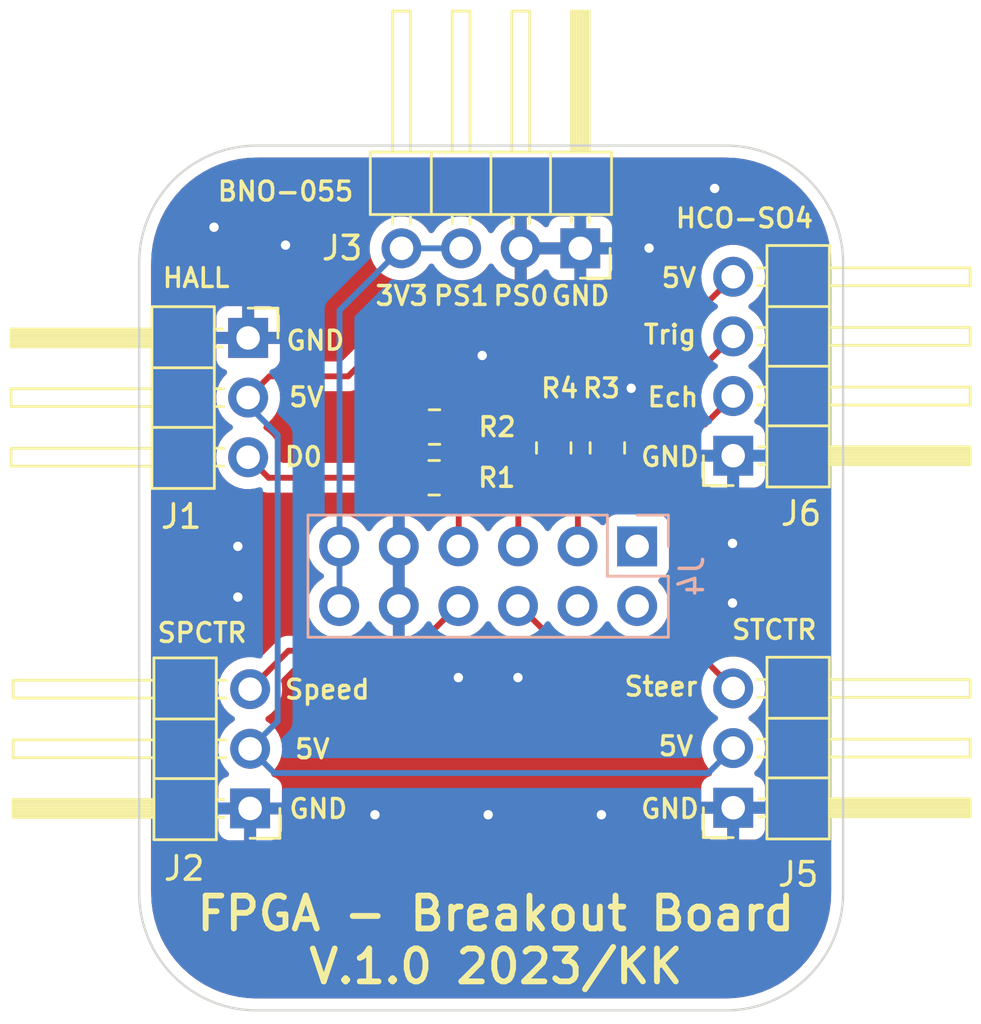
<source format=kicad_pcb>
(kicad_pcb (version 20211014) (generator pcbnew)
  (layers (0 "F.Cu" signal) (31 "B.Cu" signal) (34 "B.Paste" user) (35 "F.Paste" user) (36 "B.SilkS" user "B.Silkscreen") (37 "F.SilkS" user "F.Silkscreen") (38 "B.Mask" user) (39 "F.Mask" user) (44 "Edge.Cuts" user))
  (net 0 "")
  (net 1 "+5V")
  (net 2 "GND")
  (net 3 "Net-(J2-Pad3)")
  (net 4 "+3V3")
  (net 7 "Net-(R3-Pad1)")
  (net 9 "Net-(J6-Pad3)")
  (net 10 "Net-(J5-Pad3)")
  (net 11 "Net-(R1-Pad2)")
  (net 12 "Net-(J1-Pad3)")
  (net 13 "Net-(J6-Pad2)")
  (footprint "Connector_PinHeader_2.54mm:PinHeader_1x03_P2.54mm_Horizontal" (layer "F.Cu") (at 272.515 153.371 180)
    (fp_text reference "J5" (at 5.43 -2.839) (layer "F.SilkS"))
    (fp_text value "Conn_01x03")
    (fp_line (start 6.76 -1.33) (end 6.76 6.41) (layer "F.SilkS") (width 0.12))
    (fp_line (start 6.76 1.27) (end 4.1 1.27) (layer "F.SilkS") (width 0.12))
    (fp_line (start -1.9 0.38) (end 4.1 0.38) (layer "F.SilkS") (width 0.12))
    (fp_line (start 4.1 -0.2) (end -1.9 -0.2) (layer "F.SilkS") (width 0.12))
    (fp_line (start 4.1 -0.32) (end -1.9 -0.32) (layer "F.SilkS") (width 0.12))
    (fp_line (start 7.157071 4.7) (end 6.76 4.7) (layer "F.SilkS") (width 0.12))
    (fp_line (start 4.1 2.16) (end -1.9 2.16) (layer "F.SilkS") (width 0.12))
    (fp_line (start 4.1 0.16) (end -1.9 0.16) (layer "F.SilkS") (width 0.12))
    (fp_line (start 4.1 -1.33) (end 6.76 -1.33) (layer "F.SilkS") (width 0.12))
    (fp_line (start 7.157071 2.92) (end 6.76 2.92) (layer "F.SilkS") (width 0.12))
    (fp_line (start -1.9 4.7) (end -1.9 5.46) (layer "F.SilkS") (width 0.12))
    (fp_line (start 4.1 -0.08) (end -1.9 -0.08) (layer "F.SilkS") (width 0.12))
    (fp_line (start 7.157071 5.46) (end 6.76 5.46) (layer "F.SilkS") (width 0.12))
    (fp_line (start 6.76 6.41) (end 4.1 6.41) (layer "F.SilkS") (width 0.12))
    (fp_line (start 4.1 6.41) (end 4.1 -1.33) (layer "F.SilkS") (width 0.12))
    (fp_line (start 7.09 -0.38) (end 6.76 -0.38) (layer "F.SilkS") (width 0.12))
    (fp_line (start -1.9 5.46) (end 4.1 5.46) (layer "F.SilkS") (width 0.12))
    (fp_line (start 4.1 0.04) (end -1.9 0.04) (layer "F.SilkS") (width 0.12))
    (fp_line (start 6.76 3.81) (end 4.1 3.81) (layer "F.SilkS") (width 0.12))
    (fp_line (start -1.9 -0.38) (end -1.9 0.38) (layer "F.SilkS") (width 0.12))
    (fp_line (start -1.9 2.92) (end 4.1 2.92) (layer "F.SilkS") (width 0.12))
    (fp_line (start 9.47 0) (end 9.47 -1.27) (layer "F.SilkS") (width 0.12))
    (fp_line (start -1.9 2.16) (end -1.9 2.92) (layer "F.SilkS") (width 0.12))
    (fp_line (start 7.09 0.38) (end 6.76 0.38) (layer "F.SilkS") (width 0.12))
    (fp_line (start 7.157071 2.16) (end 6.76 2.16) (layer "F.SilkS") (width 0.12))
    (fp_line (start 9.47 -1.27) (end 8.2 -1.27) (layer "F.SilkS") (width 0.12))
    (fp_line (start 4.1 -0.38) (end -1.9 -0.38) (layer "F.SilkS") (width 0.12))
    (fp_line (start 4.1 0.28) (end -1.9 0.28) (layer "F.SilkS") (width 0.12))
    (fp_line (start 4.1 4.7) (end -1.9 4.7) (layer "F.SilkS") (width 0.12))
    (pad "1" thru_hole rect (at 8.2 0 180) (size 1.7 1.7) (drill 1) (layers *.Cu *.Mask) (net 2 "GND"))
    (pad "2" thru_hole oval (at 8.2 2.54 180) (size 1.7 1.7) (drill 1) (layers *.Cu *.Mask) (net 1 "+5V"))
    (pad "3" thru_hole oval (at 8.2 5.08 180) (size 1.7 1.7) (drill 1) (layers *.Cu *.Mask) (net 10 "Net-(J5-Pad3)"))
  )
  (footprint "Resistor_SMD:R_0805_2012Metric_Pad1.20x1.40mm_HandSolder" (layer "F.Cu") (at 256.667 138.049 -90)
    (fp_text reference "R4" (at -2.54 -0.254) (layer "F.SilkS") (effects (font (size 0.8 0.8))))
    (fp_text value "R")
    (fp_line (start -0.227064 -0.735) (end 0.227064 -0.735) (layer "F.SilkS") (width 0.12))
    (fp_line (start -0.227064 0.735) (end 0.227064 0.735) (layer "F.SilkS") (width 0.12))
    (pad "1" smd roundrect (at -1 0 270) (size 1.2 1.4) (layers "F.Cu" "F.Paste" "F.Mask") (roundrect_rratio 0.208333) (net 2 "GND"))
    (pad "2" smd roundrect (at 1 0 270) (size 1.2 1.4) (layers "F.Cu" "F.Paste" "F.Mask") (roundrect_rratio 0.208333) (net 7 "Net-(R3-Pad1)"))
  )
  (footprint "Resistor_SMD:R_0805_2012Metric_Pad1.20x1.40mm_HandSolder" (layer "F.Cu") (at 258.953 138.049 90)
    (fp_text reference "R3" (at 2.54 -0.254) (layer "F.SilkS") (effects (font (size 0.8 0.8))))
    (fp_text value "R")
    (fp_line (start -0.227064 0.735) (end 0.227064 0.735) (layer "F.SilkS") (width 0.12))
    (fp_line (start -0.227064 -0.735) (end 0.227064 -0.735) (layer "F.SilkS") (width 0.12))
    (pad "1" smd roundrect (at -1 0 90) (size 1.2 1.4) (layers "F.Cu" "F.Paste" "F.Mask") (roundrect_rratio 0.208333) (net 7 "Net-(R3-Pad1)"))
    (pad "2" smd roundrect (at 1 0 90) (size 1.2 1.4) (layers "F.Cu" "F.Paste" "F.Mask") (roundrect_rratio 0.208333) (net 13 "Net-(J6-Pad2)"))
  )
  (footprint "Connector_PinHeader_2.54mm:PinHeader_1x03_P2.54mm_Horizontal" (layer "F.Cu") (at 243.727 153.401 180)
    (fp_text reference "J2" (at 2.808 -2.555) (layer "F.SilkS"))
    (fp_text value "Conn_01x03")
    (fp_line (start 4.1 0.04) (end 10.1 0.04) (layer "F.SilkS") (width 0.12))
    (fp_line (start 10.1 0.38) (end 4.1 0.38) (layer "F.SilkS") (width 0.12))
    (fp_line (start 1.042929 5.46) (end 1.44 5.46) (layer "F.SilkS") (width 0.12))
    (fp_line (start 1.042929 2.16) (end 1.44 2.16) (layer "F.SilkS") (width 0.12))
    (fp_line (start 4.1 -0.32) (end 10.1 -0.32) (layer "F.SilkS") (width 0.12))
    (fp_line (start 1.042929 4.7) (end 1.44 4.7) (layer "F.SilkS") (width 0.12))
    (fp_line (start 4.1 4.7) (end 10.1 4.7) (layer "F.SilkS") (width 0.12))
    (fp_line (start 1.042929 2.92) (end 1.44 2.92) (layer "F.SilkS") (width 0.12))
    (fp_line (start 4.1 6.41) (end 4.1 -1.33) (layer "F.SilkS") (width 0.12))
    (fp_line (start 1.44 6.41) (end 4.1 6.41) (layer "F.SilkS") (width 0.12))
    (fp_line (start 4.1 -0.2) (end 10.1 -0.2) (layer "F.SilkS") (width 0.12))
    (fp_line (start 4.1 2.16) (end 10.1 2.16) (layer "F.SilkS") (width 0.12))
    (fp_line (start 10.1 -0.38) (end 10.1 0.38) (layer "F.SilkS") (width 0.12))
    (fp_line (start 1.11 0.38) (end 1.44 0.38) (layer "F.SilkS") (width 0.12))
    (fp_line (start 4.1 0.16) (end 10.1 0.16) (layer "F.SilkS") (width 0.12))
    (fp_line (start 10.1 2.92) (end 4.1 2.92) (layer "F.SilkS") (width 0.12))
    (fp_line (start 4.1 -1.33) (end 1.44 -1.33) (layer "F.SilkS") (width 0.12))
    (fp_line (start 10.1 2.16) (end 10.1 2.92) (layer "F.SilkS") (width 0.12))
    (fp_line (start 4.1 -0.08) (end 10.1 -0.08) (layer "F.SilkS") (width 0.12))
    (fp_line (start 1.44 3.81) (end 4.1 3.81) (layer "F.SilkS") (width 0.12))
    (fp_line (start -1.27 0) (end -1.27 -1.27) (layer "F.SilkS") (width 0.12))
    (fp_line (start -1.27 -1.27) (end 0 -1.27) (layer "F.SilkS") (width 0.12))
    (fp_line (start 4.1 -0.38) (end 10.1 -0.38) (layer "F.SilkS") (width 0.12))
    (fp_line (start 1.11 -0.38) (end 1.44 -0.38) (layer "F.SilkS") (width 0.12))
    (fp_line (start 1.44 1.27) (end 4.1 1.27) (layer "F.SilkS") (width 0.12))
    (fp_line (start 10.1 5.46) (end 4.1 5.46) (layer "F.SilkS") (width 0.12))
    (fp_line (start 10.1 4.7) (end 10.1 5.46) (layer "F.SilkS") (width 0.12))
    (fp_line (start 1.44 -1.33) (end 1.44 6.41) (layer "F.SilkS") (width 0.12))
    (fp_line (start 4.1 0.28) (end 10.1 0.28) (layer "F.SilkS") (width 0.12))
    (pad "1" thru_hole rect (at 0 0 180) (size 1.7 1.7) (drill 1) (layers *.Cu *.Mask) (net 2 "GND"))
    (pad "2" thru_hole oval (at 0 2.54 180) (size 1.7 1.7) (drill 1) (layers *.Cu *.Mask) (net 1 "+5V"))
    (pad "3" thru_hole oval (at 0 5.08 180) (size 1.7 1.7) (drill 1) (layers *.Cu *.Mask) (net 3 "Net-(J2-Pad3)"))
  )
  (footprint "Connector_PinHeader_2.54mm:PinHeader_1x03_P2.54mm_Horizontal" (layer "F.Cu") (at 235.443 133.365)
    (fp_text reference "J1" (at 5.349 7.605) (layer "F.SilkS"))
    (fp_text value "Conn_01x03")
    (fp_line (start 4.1 -0.38) (end -1.9 -0.38) (layer "F.SilkS") (width 0.12))
    (fp_line (start 7.09 0.38) (end 6.76 0.38) (layer "F.SilkS") (width 0.12))
    (fp_line (start 4.1 -0.08) (end -1.9 -0.08) (layer "F.SilkS") (width 0.12))
    (fp_line (start 6.76 1.27) (end 4.1 1.27) (layer "F.SilkS") (width 0.12))
    (fp_line (start 7.157071 4.7) (end 6.76 4.7) (layer "F.SilkS") (width 0.12))
    (fp_line (start 7.157071 2.92) (end 6.76 2.92) (layer "F.SilkS") (width 0.12))
    (fp_line (start -1.9 2.16) (end -1.9 2.92) (layer "F.SilkS") (width 0.12))
    (fp_line (start 4.1 0.28) (end -1.9 0.28) (layer "F.SilkS") (width 0.12))
    (fp_line (start -1.9 0.38) (end 4.1 0.38) (layer "F.SilkS") (width 0.12))
    (fp_line (start 9.47 -1.27) (end 8.2 -1.27) (layer "F.SilkS") (width 0.12))
    (fp_line (start 4.1 4.7) (end -1.9 4.7) (layer "F.SilkS") (width 0.12))
    (fp_line (start -1.9 4.7) (end -1.9 5.46) (layer "F.SilkS") (width 0.12))
    (fp_line (start 4.1 -0.32) (end -1.9 -0.32) (layer "F.SilkS") (width 0.12))
    (fp_line (start -1.9 -0.38) (end -1.9 0.38) (layer "F.SilkS") (width 0.12))
    (fp_line (start 4.1 6.41) (end 4.1 -1.33) (layer "F.SilkS") (width 0.12))
    (fp_line (start 6.76 3.81) (end 4.1 3.81) (layer "F.SilkS") (width 0.12))
    (fp_line (start -1.9 2.92) (end 4.1 2.92) (layer "F.SilkS") (width 0.12))
    (fp_line (start 6.76 6.41) (end 4.1 6.41) (layer "F.SilkS") (width 0.12))
    (fp_line (start 4.1 -0.2) (end -1.9 -0.2) (layer "F.SilkS") (width 0.12))
    (fp_line (start -1.9 5.46) (end 4.1 5.46) (layer "F.SilkS") (width 0.12))
    (fp_line (start 7.157071 2.16) (end 6.76 2.16) (layer "F.SilkS") (width 0.12))
    (fp_line (start 6.76 -1.33) (end 6.76 6.41) (layer "F.SilkS") (width 0.12))
    (fp_line (start 9.47 0) (end 9.47 -1.27) (layer "F.SilkS") (width 0.12))
    (fp_line (start 4.1 0.16) (end -1.9 0.16) (layer "F.SilkS") (width 0.12))
    (fp_line (start 7.09 -0.38) (end 6.76 -0.38) (layer "F.SilkS") (width 0.12))
    (fp_line (start 4.1 2.16) (end -1.9 2.16) (layer "F.SilkS") (width 0.12))
    (fp_line (start 4.1 0.04) (end -1.9 0.04) (layer "F.SilkS") (width 0.12))
    (fp_line (start 4.1 -1.33) (end 6.76 -1.33) (layer "F.SilkS") (width 0.12))
    (fp_line (start 7.157071 5.46) (end 6.76 5.46) (layer "F.SilkS") (width 0.12))
    (pad "1" thru_hole rect (at 8.2 0) (size 1.7 1.7) (drill 1) (layers *.Cu *.Mask) (net 2 "GND"))
    (pad "2" thru_hole oval (at 8.2 2.54) (size 1.7 1.7) (drill 1) (layers *.Cu *.Mask) (net 1 "+5V"))
    (pad "3" thru_hole oval (at 8.2 5.08) (size 1.7 1.7) (drill 1) (layers *.Cu *.Mask) (net 12 "Net-(J1-Pad3)"))
  )
  (footprint "Resistor_SMD:R_0805_2012Metric_Pad1.20x1.40mm_HandSolder" (layer "F.Cu") (at 251.571 139.319)
    (fp_text reference "R1" (at 2.667 0) (layer "F.SilkS") (effects (font (size 0.8 0.8))))
    (fp_text value "R")
    (fp_line (start -0.227064 -0.735) (end 0.227064 -0.735) (layer "F.SilkS") (width 0.12))
    (fp_line (start -0.227064 0.735) (end 0.227064 0.735) (layer "F.SilkS") (width 0.12))
    (pad "1" smd roundrect (at -1 0) (size 1.2 1.4) (layers "F.Cu" "F.Paste" "F.Mask") (roundrect_rratio 0.208333) (net 12 "Net-(J1-Pad3)"))
    (pad "2" smd roundrect (at 1 0) (size 1.2 1.4) (layers "F.Cu" "F.Paste" "F.Mask") (roundrect_rratio 0.208333) (net 11 "Net-(R1-Pad2)"))
  )
  (footprint "Connector_PinHeader_2.54mm:PinHeader_1x04_P2.54mm_Horizontal" (layer "F.Cu") (at 272.515 138.38 180)
    (fp_text reference "J6" (at 5.307 -2.463) (layer "F.SilkS"))
    (fp_text value "Conn_01x04")
    (fp_line (start -1.9 2.16) (end -1.9 2.92) (layer "F.SilkS") (width 0.12))
    (fp_line (start 9.47 0) (end 9.47 -1.27) (layer "F.SilkS") (width 0.12))
    (fp_line (start 6.76 3.81) (end 4.1 3.81) (layer "F.SilkS") (width 0.12))
    (fp_line (start -1.9 2.92) (end 4.1 2.92) (layer "F.SilkS") (width 0.12))
    (fp_line (start 4.1 0.28) (end -1.9 0.28) (layer "F.SilkS") (width 0.12))
    (fp_line (start -1.9 -0.38) (end -1.9 0.38) (layer "F.SilkS") (width 0.12))
    (fp_line (start 4.1 -0.32) (end -1.9 -0.32) (layer "F.SilkS") (width 0.12))
    (fp_line (start 9.47 -1.27) (end 8.2 -1.27) (layer "F.SilkS") (width 0.12))
    (fp_line (start 7.157071 4.7) (end 6.76 4.7) (layer "F.SilkS") (width 0.12))
    (fp_line (start 7.157071 2.92) (end 6.76 2.92) (layer "F.SilkS") (width 0.12))
    (fp_line (start 4.1 -0.2) (end -1.9 -0.2) (layer "F.SilkS") (width 0.12))
    (fp_line (start 7.157071 7.24) (end 6.76 7.24) (layer "F.SilkS") (width 0.12))
    (fp_line (start 4.1 2.16) (end -1.9 2.16) (layer "F.SilkS") (width 0.12))
    (fp_line (start 7.157071 5.46) (end 6.76 5.46) (layer "F.SilkS") (width 0.12))
    (fp_line (start 6.76 6.35) (end 4.1 6.35) (layer "F.SilkS") (width 0.12))
    (fp_line (start 6.76 8.95) (end 4.1 8.95) (layer "F.SilkS") (width 0.12))
    (fp_line (start 7.09 0.38) (end 6.76 0.38) (layer "F.SilkS") (width 0.12))
    (fp_line (start -1.9 7.24) (end -1.9 8) (layer "F.SilkS") (width 0.12))
    (fp_line (start 4.1 -1.33) (end 6.76 -1.33) (layer "F.SilkS") (width 0.12))
    (fp_line (start 7.157071 8) (end 6.76 8) (layer "F.SilkS") (width 0.12))
    (fp_line (start 7.157071 2.16) (end 6.76 2.16) (layer "F.SilkS") (width 0.12))
    (fp_line (start -1.9 0.38) (end 4.1 0.38) (layer "F.SilkS") (width 0.12))
    (fp_line (start 6.76 1.27) (end 4.1 1.27) (layer "F.SilkS") (width 0.12))
    (fp_line (start 4.1 -0.08) (end -1.9 -0.08) (layer "F.SilkS") (width 0.12))
    (fp_line (start -1.9 5.46) (end 4.1 5.46) (layer "F.SilkS") (width 0.12))
    (fp_line (start 4.1 -0.38) (end -1.9 -0.38) (layer "F.SilkS") (width 0.12))
    (fp_line (start 4.1 4.7) (end -1.9 4.7) (layer "F.SilkS") (width 0.12))
    (fp_line (start 6.76 -1.33) (end 6.76 8.95) (layer "F.SilkS") (width 0.12))
    (fp_line (start 7.09 -0.38) (end 6.76 -0.38) (layer "F.SilkS") (width 0.12))
    (fp_line (start 4.1 0.16) (end -1.9 0.16) (layer "F.SilkS") (width 0.12))
    (fp_line (start 4.1 0.04) (end -1.9 0.04) (layer "F.SilkS") (width 0.12))
    (fp_line (start -1.9 4.7) (end -1.9 5.46) (layer "F.SilkS") (width 0.12))
    (fp_line (start -1.9 8) (end 4.1 8) (layer "F.SilkS") (width 0.12))
    (fp_line (start 4.1 7.24) (end -1.9 7.24) (layer "F.SilkS") (width 0.12))
    (fp_line (start 4.1 8.95) (end 4.1 -1.33) (layer "F.SilkS") (width 0.12))
    (pad "1" thru_hole rect (at 8.2 0 180) (size 1.7 1.7) (drill 1) (layers *.Cu *.Mask) (net 2 "GND"))
    (pad "2" thru_hole oval (at 8.2 2.54 180) (size 1.7 1.7) (drill 1) (layers *.Cu *.Mask) (net 13 "Net-(J6-Pad2)"))
    (pad "3" thru_hole oval (at 8.2 5.08 180) (size 1.7 1.7) (drill 1) (layers *.Cu *.Mask) (net 9 "Net-(J6-Pad3)"))
    (pad "4" thru_hole oval (at 8.2 7.62 180) (size 1.7 1.7) (drill 1) (layers *.Cu *.Mask) (net 1 "+5V"))
  )
  (footprint "Resistor_SMD:R_0805_2012Metric_Pad1.20x1.40mm_HandSolder" (layer "F.Cu") (at 251.587 137.16 180)
    (fp_text reference "R2" (at -2.667 0 180) (layer "F.SilkS") (effects (font (size 0.8 0.8))))
    (fp_text value "R")
    (fp_line (start -0.227064 0.735) (end 0.227064 0.735) (layer "F.SilkS") (width 0.12))
    (fp_line (start -0.227064 -0.735) (end 0.227064 -0.735) (layer "F.SilkS") (width 0.12))
    (pad "1" smd roundrect (at -1 0 180) (size 1.2 1.4) (layers "F.Cu" "F.Paste" "F.Mask") (roundrect_rratio 0.208333) (net 11 "Net-(R1-Pad2)"))
    (pad "2" smd roundrect (at 1 0 180) (size 1.2 1.4) (layers "F.Cu" "F.Paste" "F.Mask") (roundrect_rratio 0.208333) (net 2 "GND"))
  )
  (footprint "Connector_PinHeader_2.54mm:PinHeader_1x04_P2.54mm_Horizontal" (layer "F.Cu") (at 257.8 121.35 -90)
    (fp_text reference "J3" (at 8.19 10.15) (layer "F.SilkS"))
    (fp_text value "Conn_01x04")
    (fp_line (start 7.157071 8) (end 6.76 8) (layer "F.SilkS") (width 0.12))
    (fp_line (start 6.76 3.81) (end 4.1 3.81) (layer "F.SilkS") (width 0.12))
    (fp_line (start 7.09 0.38) (end 6.76 0.38) (layer "F.SilkS") (width 0.12))
    (fp_line (start 9.47 -1.27) (end 8.2 -1.27) (layer "F.SilkS") (width 0.12))
    (fp_line (start 6.76 1.27) (end 4.1 1.27) (layer "F.SilkS") (width 0.12))
    (fp_line (start 4.1 2.16) (end -1.9 2.16) (layer "F.SilkS") (width 0.12))
    (fp_line (start 4.1 -0.2) (end -1.9 -0.2) (layer "F.SilkS") (width 0.12))
    (fp_line (start 4.1 -0.38) (end -1.9 -0.38) (layer "F.SilkS") (width 0.12))
    (fp_line (start 6.76 6.35) (end 4.1 6.35) (layer "F.SilkS") (width 0.12))
    (fp_line (start 4.1 4.7) (end -1.9 4.7) (layer "F.SilkS") (width 0.12))
    (fp_line (start 4.1 0.16) (end -1.9 0.16) (layer "F.SilkS") (width 0.12))
    (fp_line (start 6.76 8.95) (end 4.1 8.95) (layer "F.SilkS") (width 0.12))
    (fp_line (start -1.9 8) (end 4.1 8) (layer "F.SilkS") (width 0.12))
    (fp_line (start 7.157071 4.7) (end 6.76 4.7) (layer "F.SilkS") (width 0.12))
    (fp_line (start 9.47 0) (end 9.47 -1.27) (layer "F.SilkS") (width 0.12))
    (fp_line (start -1.9 -0.38) (end -1.9 0.38) (layer "F.SilkS") (width 0.12))
    (fp_line (start 4.1 7.24) (end -1.9 7.24) (layer "F.SilkS") (width 0.12))
    (fp_line (start 7.157071 7.24) (end 6.76 7.24) (layer "F.SilkS") (width 0.12))
    (fp_line (start 4.1 8.95) (end 4.1 -1.33) (layer "F.SilkS") (width 0.12))
    (fp_line (start -1.9 0.38) (end 4.1 0.38) (layer "F.SilkS") (width 0.12))
    (fp_line (start 7.157071 2.16) (end 6.76 2.16) (layer "F.SilkS") (width 0.12))
    (fp_line (start 4.1 -1.33) (end 6.76 -1.33) (layer "F.SilkS") (width 0.12))
    (fp_line (start -1.9 2.92) (end 4.1 2.92) (layer "F.SilkS") (width 0.12))
    (fp_line (start 6.76 -1.33) (end 6.76 8.95) (layer "F.SilkS") (width 0.12))
    (fp_line (start 4.1 -0.32) (end -1.9 -0.32) (layer "F.SilkS") (width 0.12))
    (fp_line (start -1.9 2.16) (end -1.9 2.92) (layer "F.SilkS") (width 0.12))
    (fp_line (start -1.9 4.7) (end -1.9 5.46) (layer "F.SilkS") (width 0.12))
    (fp_line (start 4.1 0.28) (end -1.9 0.28) (layer "F.SilkS") (width 0.12))
    (fp_line (start 4.1 -0.08) (end -1.9 -0.08) (layer "F.SilkS") (width 0.12))
    (fp_line (start -1.9 7.24) (end -1.9 8) (layer "F.SilkS") (width 0.12))
    (fp_line (start 4.1 0.04) (end -1.9 0.04) (layer "F.SilkS") (width 0.12))
    (fp_line (start 7.157071 5.46) (end 6.76 5.46) (layer "F.SilkS") (width 0.12))
    (fp_line (start 7.09 -0.38) (end 6.76 -0.38) (layer "F.SilkS") (width 0.12))
    (fp_line (start -1.9 5.46) (end 4.1 5.46) (layer "F.SilkS") (width 0.12))
    (fp_line (start 7.157071 2.92) (end 6.76 2.92) (layer "F.SilkS") (width 0.12))
    (pad "1" thru_hole rect (at 8.2 0 270) (size 1.7 1.7) (drill 1) (layers *.Cu *.Mask) (net 2 "GND"))
    (pad "2" thru_hole oval (at 8.2 2.54 270) (size 1.7 1.7) (drill 1) (layers *.Cu *.Mask) (net 2 "GND"))
    (pad "3" thru_hole oval (at 8.2 5.08 270) (size 1.7 1.7) (drill 1) (layers *.Cu *.Mask) (net 4 "+3V3"))
    (pad "4" thru_hole oval (at 8.2 7.62 270) (size 1.7 1.7) (drill 1) (layers *.Cu *.Mask) (net 4 "+3V3"))
  )
  (footprint "Connector_PinHeader_2.54mm:PinHeader_2x06_P2.54mm_Vertical" (layer "B.Cu") (at 260.201 144.653 90)
    (fp_text reference "J4" (at 1.143 2.352 270) (layer "B.SilkS") (effects (justify mirror)))
    (fp_text value "Conn_02x06_Odd_Even")
    (fp_line (start 1.143 1.352) (end -1.457 1.352) (layer "B.SilkS") (width 0.12))
    (fp_line (start -1.457 1.352) (end -1.457 -14.008) (layer "B.SilkS") (width 0.12))
    (fp_line (start 3.743 -14.008) (end -1.457 -14.008) (layer "B.SilkS") (width 0.12))
    (fp_line (start 3.743 -1.248) (end 1.143 -1.248) (layer "B.SilkS") (width 0.12))
    (fp_line (start 3.743 -1.248) (end 3.743 -14.008) (layer "B.SilkS") (width 0.12))
    (fp_line (start 1.143 -1.248) (end 1.143 1.352) (layer "B.SilkS") (width 0.12))
    (fp_line (start 3.743 0.022) (end 3.743 1.352) (layer "B.SilkS") (width 0.12))
    (fp_line (start 3.743 1.352) (end 2.413 1.352) (layer "B.SilkS") (width 0.12))
    (pad "1" thru_hole rect (at 2.413 0.022 90) (size 1.7 1.7) (drill 1) (layers *.Cu *.Mask))
    (pad "2" thru_hole oval (at -0.127 0.022 90) (size 1.7 1.7) (drill 1) (layers *.Cu *.Mask))
    (pad "3" thru_hole oval (at 2.413 -2.518 90) (size 1.7 1.7) (drill 1) (layers *.Cu *.Mask) (net 7 "Net-(R3-Pad1)"))
    (pad "4" thru_hole oval (at -0.127 -2.518 90) (size 1.7 1.7) (drill 1) (layers *.Cu *.Mask))
    (pad "5" thru_hole oval (at 2.413 -5.058 90) (size 1.7 1.7) (drill 1) (layers *.Cu *.Mask) (net 9 "Net-(J6-Pad3)"))
    (pad "6" thru_hole oval (at -0.127 -5.058 90) (size 1.7 1.7) (drill 1) (layers *.Cu *.Mask) (net 10 "Net-(J5-Pad3)"))
    (pad "7" thru_hole oval (at 2.413 -7.598 90) (size 1.7 1.7) (drill 1) (layers *.Cu *.Mask) (net 11 "Net-(R1-Pad2)"))
    (pad "8" thru_hole oval (at -0.127 -7.598 90) (size 1.7 1.7) (drill 1) (layers *.Cu *.Mask) (net 3 "Net-(J2-Pad3)"))
    (pad "9" thru_hole oval (at 2.413 -10.138 90) (size 1.7 1.7) (drill 1) (layers *.Cu *.Mask) (net 2 "GND"))
    (pad "10" thru_hole oval (at -0.127 -10.138 90) (size 1.7 1.7) (drill 1) (layers *.Cu *.Mask) (net 2 "GND"))
    (pad "11" thru_hole oval (at 2.413 -12.678 90) (size 1.7 1.7) (drill 1) (layers *.Cu *.Mask) (net 4 "+3V3"))
    (pad "12" thru_hole oval (at -0.127 -12.678 90) (size 1.7 1.7) (drill 1) (layers *.Cu *.Mask) (net 4 "+3V3"))
  )
  (gr_line (start 244 162) (end 264 162) (layer "Edge.Cuts") (width 0.1))
  (gr_line (start 269 157) (end 269 130.175) (layer "Edge.Cuts") (width 0.1))
  (gr_line (start 239 130.175) (end 239 157) (layer "Edge.Cuts") (width 0.1))
  (gr_arc (start 269 157) (mid 267.535534 160.535534) (end 264 162) (layer "Edge.Cuts") (width 0.1))
  (gr_line (start 244 125.175) (end 264 125.175) (layer "Edge.Cuts") (width 0.1))
  (gr_arc (start 239 130.175) (mid 240.464466 126.639466) (end 244 125.175) (layer "Edge.Cuts") (width 0.1))
  (gr_arc (start 264 125.175) (mid 267.535534 126.639466) (end 269 130.175) (layer "Edge.Cuts") (width 0.1))
  (gr_arc (start 244 162) (mid 240.464466 160.535534) (end 239 157) (layer "Edge.Cuts") (width 0.1))
  (gr_text "GND" (at 261.62 138.43) (layer "F.SilkS") (effects (font (size 0.8 0.8))))
  (gr_text "STCTR" (at 266.065 145.796) (layer "F.SilkS") (effects (font (size 0.8 0.8))))
  (gr_text "HCO-SO4" (at 264.795 128.27) (layer "F.SilkS") (effects (font (size 0.8 0.8))))
  (gr_text "PS0" (at 255.27 131.572) (layer "F.SilkS") (effects (font (size 0.8 0.8))))
  (gr_text "5V" (at 246.38 150.876) (layer "F.SilkS") (effects (font (size 0.8 0.8))))
  (gr_text "GND\n" (at 257.81 131.572) (layer "F.SilkS") (effects (font (size 0.8 0.8))))
  (gr_text "Ech" (at 261.747 135.89) (layer "F.SilkS") (effects (font (size 0.8 0.8))))
  (gr_text "GND" (at 246.634 153.416) (layer "F.SilkS") (effects (font (size 0.8 0.8))))
  (gr_text "HALL" (at 241.427 130.81) (layer "F.SilkS") (effects (font (size 0.8 0.8))))
  (gr_text "D0" (at 245.999 138.43) (layer "F.SilkS") (effects (font (size 0.8 0.8))))
  (gr_text "BNO-055" (at 245.237 127.127) (layer "F.SilkS") (effects (font (size 0.8 0.8))))
  (gr_text "Speed" (at 247.015 148.336) (layer "F.SilkS") (effects (font (size 0.8 0.8))))
  (gr_text "SPCTR" (at 241.681 145.923) (layer "F.SilkS") (effects (font (size 0.8 0.8))))
  (gr_text "FPGA - Breakout Board\nV.1.0 2023/KK" (at 254.2 159.004) (layer "F.SilkS") (effects (font (size 1.4 1.4) (thickness 0.25))))
  (gr_text "3V3" (at 250.19 131.572) (layer "F.SilkS") (effects (font (size 0.8 0.8))))
  (gr_text "PS1" (at 252.73 131.572) (layer "F.SilkS") (effects (font (size 0.8 0.8))))
  (gr_text "5V" (at 246.126 135.89) (layer "F.SilkS") (effects (font (size 0.8 0.8))))
  (gr_text "5V" (at 262.001 130.81) (layer "F.SilkS") (effects (font (size 0.8 0.8))))
  (gr_text "GND" (at 246.507 133.477) (layer "F.SilkS") (effects (font (size 0.8 0.8))))
  (gr_text "GND" (at 261.62 153.416) (layer "F.SilkS") (effects (font (size 0.8 0.8))))
  (gr_text "5V" (at 261.874 150.749) (layer "F.SilkS") (effects (font (size 0.8 0.8))))
  (gr_text "Steer" (at 261.239 148.209) (layer "F.SilkS") (effects (font (size 0.8 0.8))))
  (gr_text "Trig" (at 261.62 133.223) (layer "F.SilkS") (effects (font (size 0.8 0.8))))
  (segment (start 244.547 135.001) (end 247.904 135.001) (width 0.25) (layer "F.Cu") (net 1))
  (segment (start 247.904 135.001) (end 250.317 132.588) (width 0.25) (layer "F.Cu") (net 1))
  (segment (start 262.487 132.588) (end 264.315 130.76) (width 0.25) (layer "F.Cu") (net 1))
  (segment (start 243.643 135.905) (end 244.547 135.001) (width 0.25) (layer "F.Cu") (net 1))
  (segment (start 250.317 132.588) (end 262.487 132.588) (width 0.25) (layer "F.Cu") (net 1))
  (segment (start 244.902 149.686) (end 243.727 150.861) (width 0.25) (layer "B.Cu") (net 1))
  (segment (start 243.727 150.861) (end 244.758 151.892) (width 0.25) (layer "B.Cu") (net 1))
  (segment (start 263.254 151.892) (end 264.315 150.831) (width 0.25) (layer "B.Cu") (net 1))
  (segment (start 244.902 137.493) (end 244.902 149.686) (width 0.25) (layer "B.Cu") (net 1))
  (segment (start 243.643 136.234) (end 244.902 137.493) (width 0.25) (layer "B.Cu") (net 1))
  (segment (start 244.758 151.892) (end 263.254 151.892) (width 0.25) (layer "B.Cu") (net 1))
  (via (at 253.619 134.112) (size 0.8) (drill 0.4) (layers "F.Cu" "B.Cu") (net 2))
  (via (at 243.205 142.24) (size 0.8) (drill 0.4) (layers "F.Cu" "B.Cu") (net 2))
  (via (at 259.969 135.509) (size 0.8) (drill 0.4) (layers "F.Cu" "B.Cu") (net 2))
  (via (at 263.525 127) (size 0.8) (drill 0.4) (layers "F.Cu" "B.Cu") (net 2))
  (via (at 264.287 144.653) (size 0.8) (drill 0.4) (layers "F.Cu" "B.Cu") (net 2))
  (via (at 260.731 129.54) (size 0.8) (drill 0.4) (layers "F.Cu" "B.Cu") (net 2))
  (via (at 249.047 153.67) (size 0.8) (drill 0.4) (layers "F.Cu" "B.Cu") (net 2))
  (via (at 255.143 147.828) (size 0.8) (drill 0.4) (layers "F.Cu" "B.Cu") (net 2))
  (via (at 243.205 144.399) (size 0.8) (drill 0.4) (layers "F.Cu" "B.Cu") (net 2))
  (via (at 252.603 147.828) (size 0.8) (drill 0.4) (layers "F.Cu" "B.Cu") (net 2))
  (via (at 242.189 128.651) (size 0.8) (drill 0.4) (layers "F.Cu" "B.Cu") (net 2))
  (via (at 253.873 153.67) (size 0.8) (drill 0.4) (layers "F.Cu" "B.Cu") (net 2))
  (via (at 264.287 142.113) (size 0.8) (drill 0.4) (layers "F.Cu" "B.Cu") (net 2))
  (via (at 245.237 129.413) (size 0.8) (drill 0.4) (layers "F.Cu" "B.Cu") (net 2))
  (via (at 258.699 153.67) (size 0.8) (drill 0.4) (layers "F.Cu" "B.Cu") (net 2))
  (segment (start 243.727 148.321) (end 245.363 146.685) (width 0.25) (layer "F.Cu") (net 3))
  (segment (start 250.6585 146.685) (end 252.6175 144.726) (width 0.25) (layer "F.Cu") (net 3))
  (segment (start 245.363 146.685) (end 250.6585 146.685) (width 0.25) (layer "F.Cu") (net 3))
  (segment (start 250.18 129.55) (end 247.5375 132.1925) (width 0.25) (layer "B.Cu") (net 4))
  (segment (start 247.5375 142.186) (end 247.5375 144.726) (width 0.25) (layer "B.Cu") (net 4))
  (segment (start 250.18 129.55) (end 252.72 129.55) (width 0.25) (layer "B.Cu") (net 4))
  (segment (start 247.5375 132.1925) (end 247.5375 142.186) (width 0.25) (layer "B.Cu") (net 4))
  (segment (start 257.6975 140.3045) (end 257.6975 142.186) (width 0.25) (layer "F.Cu") (net 7))
  (segment (start 256.667 139.049) (end 258.953 139.049) (width 0.25) (layer "F.Cu") (net 7))
  (segment (start 258.953 139.049) (end 257.6975 140.3045) (width 0.25) (layer "F.Cu") (net 7))
  (segment (start 255.1575 142.186) (end 255.1575 135.675327) (width 0.25) (layer "F.Cu") (net 9))
  (segment (start 255.1575 135.675327) (end 256.466827 134.366) (width 0.25) (layer "F.Cu") (net 9))
  (segment (start 256.466827 134.366) (end 263.249 134.366) (width 0.25) (layer "F.Cu") (net 9))
  (segment (start 263.249 134.366) (end 264.315 133.3) (width 0.25) (layer "F.Cu") (net 9))
  (segment (start 262.836 146.812) (end 257.2435 146.812) (width 0.25) (layer "F.Cu") (net 10))
  (segment (start 264.315 148.291) (end 262.836 146.812) (width 0.25) (layer "F.Cu") (net 10))
  (segment (start 257.2435 146.812) (end 255.1575 144.726) (width 0.25) (layer "F.Cu") (net 10))
  (segment (start 252.6175 139.3495) (end 252.6175 142.186) (width 0.25) (layer "F.Cu") (net 11))
  (segment (start 252.587 139.319) (end 252.6175 139.3495) (width 0.25) (layer "F.Cu") (net 11))
  (segment (start 252.587 137.16) (end 252.587 139.319) (width 0.25) (layer "F.Cu") (net 11))
  (segment (start 243.643 138.445) (end 244.517 139.319) (width 0.25) (layer "F.Cu") (net 12))
  (segment (start 244.517 139.319) (end 250.587 139.319) (width 0.25) (layer "F.Cu") (net 12))
  (segment (start 263.106 137.049) (end 264.315 135.84) (width 0.25) (layer "F.Cu") (net 13))
  (segment (start 258.953 137.049) (end 263.106 137.049) (width 0.25) (layer "F.Cu") (net 13))
  (zone (net 2) (net_name "GND") (layer "F.Cu") (connect_pads (clearance 0.508)) (min_thickness 0.254) (fill yes (thermal_gap 0.508) (thermal_bridge_width 0.508))
    (polygon (pts (xy 269.6 162.6) (xy 238.4 162.6) (xy 238.4 124.3) (xy 269.6 124.3)))
  )
  (zone (net 2) (net_name "GND") (layer "B.Cu") (connect_pads (clearance 0.508)) (min_thickness 0.254) (fill yes (thermal_gap 0.508) (thermal_bridge_width 0.508))
    (polygon (pts (xy 269.6 162.6) (xy 238.4 162.6) (xy 238.4 124.3) (xy 269.6 124.3)))
  )
)
</source>
